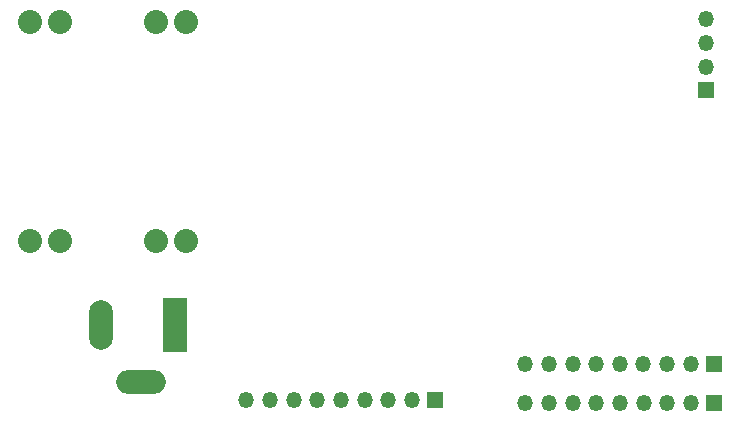
<source format=gbr>
%TF.GenerationSoftware,KiCad,Pcbnew,7.0.1*%
%TF.CreationDate,2023-03-21T17:25:17+01:00*%
%TF.ProjectId,PCB_uitlezen_gsm,5043425f-7569-4746-9c65-7a656e5f6773,rev?*%
%TF.SameCoordinates,Original*%
%TF.FileFunction,Soldermask,Bot*%
%TF.FilePolarity,Negative*%
%FSLAX46Y46*%
G04 Gerber Fmt 4.6, Leading zero omitted, Abs format (unit mm)*
G04 Created by KiCad (PCBNEW 7.0.1) date 2023-03-21 17:25:17*
%MOMM*%
%LPD*%
G01*
G04 APERTURE LIST*
%ADD10R,1.350000X1.350000*%
%ADD11O,1.350000X1.350000*%
%ADD12C,2.032000*%
%ADD13R,2.000000X4.600000*%
%ADD14O,2.000000X4.200000*%
%ADD15O,4.200000X2.000000*%
G04 APERTURE END LIST*
D10*
%TO.C,SCHERM3*%
X115760000Y-110744000D03*
D11*
X113760000Y-110744000D03*
X111760000Y-110744000D03*
X109760000Y-110744000D03*
X107760000Y-110744000D03*
X105760000Y-110744000D03*
X103760000Y-110744000D03*
X101760000Y-110744000D03*
X99760000Y-110744000D03*
%TD*%
D12*
%TO.C,U2*%
X81407000Y-97250000D03*
X83947000Y-97250000D03*
X92075000Y-97250000D03*
X94615000Y-97250000D03*
X94615000Y-78708000D03*
X92075000Y-78708000D03*
X83947000Y-78708000D03*
X81407000Y-78708000D03*
%TD*%
D10*
%TO.C,SCHERM1*%
X139381000Y-107696000D03*
D11*
X137381000Y-107696000D03*
X135381000Y-107696000D03*
X133381000Y-107696000D03*
X131381000Y-107696000D03*
X129381000Y-107696000D03*
X127381000Y-107696000D03*
X125381000Y-107696000D03*
X123381000Y-107696000D03*
%TD*%
D10*
%TO.C,J1*%
X138684000Y-84518000D03*
D11*
X138684000Y-82518000D03*
X138684000Y-80518000D03*
X138684000Y-78518000D03*
%TD*%
D13*
%TO.C,J2*%
X93726000Y-104394000D03*
D14*
X87426000Y-104394000D03*
D15*
X90826000Y-109194000D03*
%TD*%
D10*
%TO.C,SCHERM2*%
X139382000Y-110998000D03*
D11*
X137382000Y-110998000D03*
X135382000Y-110998000D03*
X133382000Y-110998000D03*
X131382000Y-110998000D03*
X129382000Y-110998000D03*
X127382000Y-110998000D03*
X125382000Y-110998000D03*
X123382000Y-110998000D03*
%TD*%
M02*

</source>
